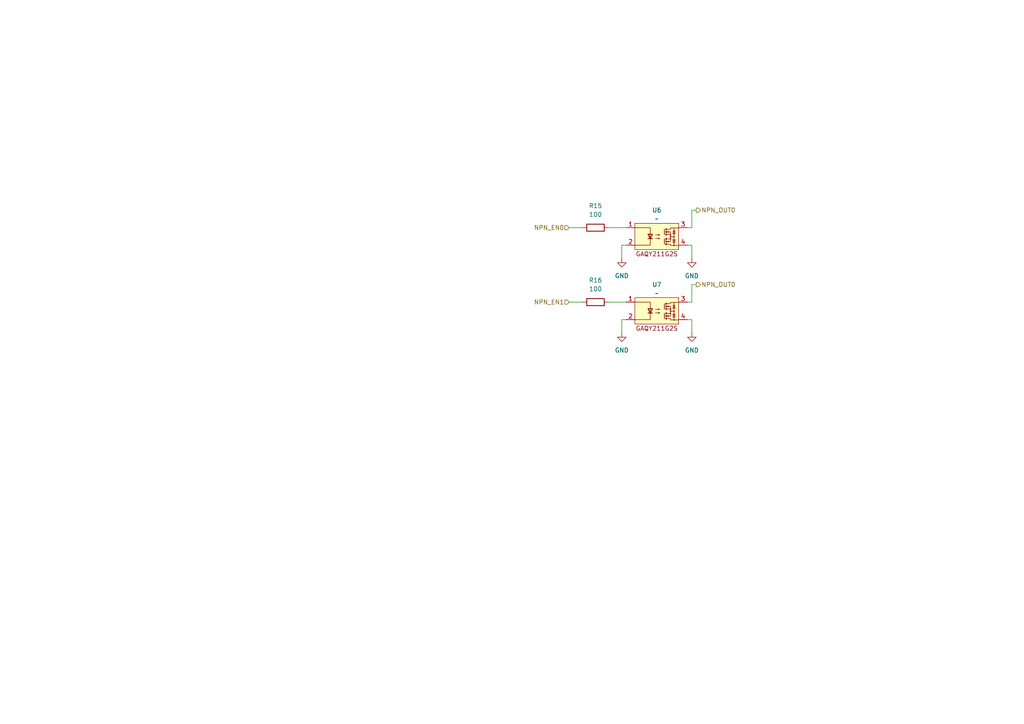
<source format=kicad_sch>
(kicad_sch
	(version 20250114)
	(generator "eeschema")
	(generator_version "9.0")
	(uuid "3e837694-2c7a-4ebe-97f6-8a4d7e3f262e")
	(paper "A4")
	(lib_symbols
		(symbol "Device:R"
			(pin_numbers
				(hide yes)
			)
			(pin_names
				(offset 0)
			)
			(exclude_from_sim no)
			(in_bom yes)
			(on_board yes)
			(property "Reference" "R"
				(at 2.032 0 90)
				(effects
					(font
						(size 1.27 1.27)
					)
				)
			)
			(property "Value" "R"
				(at 0 0 90)
				(effects
					(font
						(size 1.27 1.27)
					)
				)
			)
			(property "Footprint" ""
				(at -1.778 0 90)
				(effects
					(font
						(size 1.27 1.27)
					)
					(hide yes)
				)
			)
			(property "Datasheet" "~"
				(at 0 0 0)
				(effects
					(font
						(size 1.27 1.27)
					)
					(hide yes)
				)
			)
			(property "Description" "Resistor"
				(at 0 0 0)
				(effects
					(font
						(size 1.27 1.27)
					)
					(hide yes)
				)
			)
			(property "ki_keywords" "R res resistor"
				(at 0 0 0)
				(effects
					(font
						(size 1.27 1.27)
					)
					(hide yes)
				)
			)
			(property "ki_fp_filters" "R_*"
				(at 0 0 0)
				(effects
					(font
						(size 1.27 1.27)
					)
					(hide yes)
				)
			)
			(symbol "R_0_1"
				(rectangle
					(start -1.016 -2.54)
					(end 1.016 2.54)
					(stroke
						(width 0.254)
						(type default)
					)
					(fill
						(type none)
					)
				)
			)
			(symbol "R_1_1"
				(pin passive line
					(at 0 3.81 270)
					(length 1.27)
					(name "~"
						(effects
							(font
								(size 1.27 1.27)
							)
						)
					)
					(number "1"
						(effects
							(font
								(size 1.27 1.27)
							)
						)
					)
				)
				(pin passive line
					(at 0 -3.81 90)
					(length 1.27)
					(name "~"
						(effects
							(font
								(size 1.27 1.27)
							)
						)
					)
					(number "2"
						(effects
							(font
								(size 1.27 1.27)
							)
						)
					)
				)
			)
			(embedded_fonts no)
		)
		(symbol "Riqi_Parts:GAQY211G2S"
			(exclude_from_sim no)
			(in_bom yes)
			(on_board yes)
			(property "Reference" "U"
				(at 0 0 0)
				(effects
					(font
						(size 1.27 1.27)
					)
				)
			)
			(property "Value" ""
				(at 0 0 0)
				(effects
					(font
						(size 1.27 1.27)
					)
				)
			)
			(property "Footprint" "Package_SO:SO-4_4.4x4.3mm_P2.54mm"
				(at 0 0 0)
				(effects
					(font
						(size 1.27 1.27)
					)
					(hide yes)
				)
			)
			(property "Datasheet" "https://lcsc.com/datasheet/lcsc_datasheet_2411220035_SUPSiC-GAQY211G2S_C7435104.pdf"
				(at 0 0 0)
				(effects
					(font
						(size 1.27 1.27)
					)
					(hide yes)
				)
			)
			(property "Description" ""
				(at 0 0 0)
				(effects
					(font
						(size 1.27 1.27)
					)
					(hide yes)
				)
			)
			(symbol "GAQY211G2S_0_1"
				(polyline
					(pts
						(xy -2.54 -2.54) (xy 1.905 -2.54) (xy 1.905 -4.445)
					)
					(stroke
						(width 0)
						(type default)
					)
					(fill
						(type none)
					)
				)
				(polyline
					(pts
						(xy 1.27 -5.715) (xy 2.54 -5.715)
					)
					(stroke
						(width 0.254)
						(type default)
					)
					(fill
						(type none)
					)
				)
				(polyline
					(pts
						(xy 1.905 -4.191) (xy 1.905 -7.62) (xy -2.54 -7.62)
					)
					(stroke
						(width 0)
						(type default)
					)
					(fill
						(type none)
					)
				)
				(polyline
					(pts
						(xy 1.905 -5.715) (xy 1.27 -4.445) (xy 2.54 -4.445) (xy 1.905 -5.715)
					)
					(stroke
						(width 0.254)
						(type default)
					)
					(fill
						(type none)
					)
				)
				(polyline
					(pts
						(xy 3.4016 -4.6346) (xy 4.6716 -4.6346) (xy 4.2906 -4.7616) (xy 4.2906 -4.5076) (xy 4.6716 -4.6346)
					)
					(stroke
						(width 0)
						(type default)
					)
					(fill
						(type none)
					)
				)
				(polyline
					(pts
						(xy 3.4016 -5.6506) (xy 4.6716 -5.6506) (xy 4.2906 -5.7776) (xy 4.2906 -5.5236) (xy 4.6716 -5.6506)
					)
					(stroke
						(width 0)
						(type default)
					)
					(fill
						(type none)
					)
				)
				(polyline
					(pts
						(xy 6.004 -3.0018) (xy 6.004 -4.5258)
					)
					(stroke
						(width 0.2032)
						(type default)
					)
					(fill
						(type none)
					)
				)
				(polyline
					(pts
						(xy 6.004 -5.7958) (xy 6.004 -7.3198)
					)
					(stroke
						(width 0.2032)
						(type default)
					)
					(fill
						(type none)
					)
				)
				(polyline
					(pts
						(xy 6.512 -2.8748) (xy 6.512 -3.1288) (xy 6.512 -3.1288)
					)
					(stroke
						(width 0.3556)
						(type default)
					)
					(fill
						(type none)
					)
				)
				(polyline
					(pts
						(xy 6.512 -3.6368) (xy 6.512 -3.8908) (xy 6.512 -3.8908)
					)
					(stroke
						(width 0.3556)
						(type default)
					)
					(fill
						(type none)
					)
				)
				(polyline
					(pts
						(xy 6.512 -4.3988) (xy 6.512 -4.6528) (xy 6.512 -4.6528)
					)
					(stroke
						(width 0.3556)
						(type default)
					)
					(fill
						(type none)
					)
				)
				(polyline
					(pts
						(xy 6.512 -5.6688) (xy 6.512 -5.9228)
					)
					(stroke
						(width 0.3556)
						(type default)
					)
					(fill
						(type none)
					)
				)
				(polyline
					(pts
						(xy 6.512 -6.4308) (xy 6.512 -6.6848) (xy 6.512 -6.6848)
					)
					(stroke
						(width 0.3556)
						(type default)
					)
					(fill
						(type none)
					)
				)
				(polyline
					(pts
						(xy 6.512 -7.1928) (xy 6.512 -7.4468) (xy 6.512 -7.4468)
					)
					(stroke
						(width 0.3556)
						(type default)
					)
					(fill
						(type none)
					)
				)
				(polyline
					(pts
						(xy 6.639 -3.0018) (xy 7.782 -3.0018) (xy 7.782 -2.6208) (xy 10.068 -2.6208)
					)
					(stroke
						(width 0)
						(type default)
					)
					(fill
						(type none)
					)
				)
				(polyline
					(pts
						(xy 6.639 -3.7638) (xy 7.782 -3.7638) (xy 7.782 -4.5258)
					)
					(stroke
						(width 0)
						(type default)
					)
					(fill
						(type none)
					)
				)
				(polyline
					(pts
						(xy 6.639 -5.7958) (xy 7.782 -5.7958) (xy 7.782 -4.5258) (xy 6.639 -4.5258)
					)
					(stroke
						(width 0)
						(type default)
					)
					(fill
						(type none)
					)
				)
				(polyline
					(pts
						(xy 6.639 -6.5578) (xy 7.782 -6.5578) (xy 7.782 -5.7958)
					)
					(stroke
						(width 0)
						(type default)
					)
					(fill
						(type none)
					)
				)
				(polyline
					(pts
						(xy 6.639 -7.3198) (xy 7.782 -7.3198) (xy 7.782 -7.7008) (xy 10.068 -7.7008)
					)
					(stroke
						(width 0)
						(type default)
					)
					(fill
						(type none)
					)
				)
				(polyline
					(pts
						(xy 6.766 -3.7638) (xy 7.274 -3.6368) (xy 7.274 -3.8908) (xy 6.766 -3.7638)
					)
					(stroke
						(width 0)
						(type default)
					)
					(fill
						(type none)
					)
				)
				(polyline
					(pts
						(xy 6.766 -6.5578) (xy 7.274 -6.4308) (xy 7.274 -6.6848) (xy 6.766 -6.5578)
					)
					(stroke
						(width 0)
						(type default)
					)
					(fill
						(type none)
					)
				)
				(circle
					(center 7.782 -4.5258)
					(radius 0.127)
					(stroke
						(width 0)
						(type default)
					)
					(fill
						(type none)
					)
				)
				(polyline
					(pts
						(xy 7.782 -5.1608) (xy 8.798 -5.1608)
					)
					(stroke
						(width 0)
						(type default)
					)
					(fill
						(type none)
					)
				)
				(circle
					(center 7.782 -5.1608)
					(radius 0.127)
					(stroke
						(width 0)
						(type default)
					)
					(fill
						(type none)
					)
				)
				(circle
					(center 7.782 -5.7958)
					(radius 0.127)
					(stroke
						(width 0)
						(type default)
					)
					(fill
						(type none)
					)
				)
				(polyline
					(pts
						(xy 8.417 -3.5098) (xy 9.179 -3.5098)
					)
					(stroke
						(width 0)
						(type default)
					)
					(fill
						(type none)
					)
				)
				(polyline
					(pts
						(xy 8.417 -6.8118) (xy 9.179 -6.8118)
					)
					(stroke
						(width 0)
						(type default)
					)
					(fill
						(type none)
					)
				)
				(polyline
					(pts
						(xy 8.798 -3.5098) (xy 8.417 -4.2718) (xy 9.179 -4.2718) (xy 8.798 -3.5098)
					)
					(stroke
						(width 0)
						(type default)
					)
					(fill
						(type none)
					)
				)
				(circle
					(center 8.798 -5.1608)
					(radius 0.127)
					(stroke
						(width 0)
						(type default)
					)
					(fill
						(type none)
					)
				)
				(polyline
					(pts
						(xy 8.798 -6.8118) (xy 8.417 -6.0498) (xy 9.179 -6.0498) (xy 8.798 -6.8118)
					)
					(stroke
						(width 0)
						(type default)
					)
					(fill
						(type none)
					)
				)
				(polyline
					(pts
						(xy 8.798 -7.7008) (xy 8.798 -2.6208)
					)
					(stroke
						(width 0)
						(type default)
					)
					(fill
						(type none)
					)
				)
				(circle
					(center 8.798 -7.7008)
					(radius 0.127)
					(stroke
						(width 0)
						(type default)
					)
					(fill
						(type none)
					)
				)
			)
			(symbol "GAQY211G2S_1_1"
				(rectangle
					(start -2.54 -1.27)
					(end 10.16 -8.89)
					(stroke
						(width 0)
						(type solid)
					)
					(fill
						(type background)
					)
				)
				(text "GAQY211G2S\n"
					(at 3.81 -10.16 0)
					(effects
						(font
							(size 1.27 1.27)
						)
					)
				)
				(pin input line
					(at -5.08 -2.54 0)
					(length 2.54)
					(name ""
						(effects
							(font
								(size 1.27 1.27)
							)
						)
					)
					(number "1"
						(effects
							(font
								(size 1.27 1.27)
							)
						)
					)
				)
				(pin input line
					(at -5.08 -7.62 0)
					(length 2.54)
					(name ""
						(effects
							(font
								(size 1.27 1.27)
							)
						)
					)
					(number "2"
						(effects
							(font
								(size 1.27 1.27)
							)
						)
					)
				)
				(pin input line
					(at 12.7 -2.54 180)
					(length 2.54)
					(name ""
						(effects
							(font
								(size 1.27 1.27)
							)
						)
					)
					(number "3"
						(effects
							(font
								(size 1.27 1.27)
							)
						)
					)
				)
				(pin input line
					(at 12.7 -7.62 180)
					(length 2.54)
					(name ""
						(effects
							(font
								(size 1.27 1.27)
							)
						)
					)
					(number "4"
						(effects
							(font
								(size 1.27 1.27)
							)
						)
					)
				)
			)
			(embedded_fonts no)
		)
		(symbol "power:GND"
			(power)
			(pin_numbers
				(hide yes)
			)
			(pin_names
				(offset 0)
				(hide yes)
			)
			(exclude_from_sim no)
			(in_bom yes)
			(on_board yes)
			(property "Reference" "#PWR"
				(at 0 -6.35 0)
				(effects
					(font
						(size 1.27 1.27)
					)
					(hide yes)
				)
			)
			(property "Value" "GND"
				(at 0 -3.81 0)
				(effects
					(font
						(size 1.27 1.27)
					)
				)
			)
			(property "Footprint" ""
				(at 0 0 0)
				(effects
					(font
						(size 1.27 1.27)
					)
					(hide yes)
				)
			)
			(property "Datasheet" ""
				(at 0 0 0)
				(effects
					(font
						(size 1.27 1.27)
					)
					(hide yes)
				)
			)
			(property "Description" "Power symbol creates a global label with name \"GND\" , ground"
				(at 0 0 0)
				(effects
					(font
						(size 1.27 1.27)
					)
					(hide yes)
				)
			)
			(property "ki_keywords" "global power"
				(at 0 0 0)
				(effects
					(font
						(size 1.27 1.27)
					)
					(hide yes)
				)
			)
			(symbol "GND_0_1"
				(polyline
					(pts
						(xy 0 0) (xy 0 -1.27) (xy 1.27 -1.27) (xy 0 -2.54) (xy -1.27 -1.27) (xy 0 -1.27)
					)
					(stroke
						(width 0)
						(type default)
					)
					(fill
						(type none)
					)
				)
			)
			(symbol "GND_1_1"
				(pin power_in line
					(at 0 0 270)
					(length 0)
					(name "~"
						(effects
							(font
								(size 1.27 1.27)
							)
						)
					)
					(number "1"
						(effects
							(font
								(size 1.27 1.27)
							)
						)
					)
				)
			)
			(embedded_fonts no)
		)
	)
	(wire
		(pts
			(xy 199.39 92.71) (xy 200.66 92.71)
		)
		(stroke
			(width 0)
			(type default)
		)
		(uuid "0ae0e438-76ed-42f8-8438-213f8ef01c55")
	)
	(wire
		(pts
			(xy 180.34 74.93) (xy 180.34 71.12)
		)
		(stroke
			(width 0)
			(type default)
		)
		(uuid "0e7a5584-730d-41ed-a246-6516deaa9a34")
	)
	(wire
		(pts
			(xy 200.66 82.55) (xy 200.66 87.63)
		)
		(stroke
			(width 0)
			(type default)
		)
		(uuid "17bbdd7a-b20a-436d-9c5b-51d5e54fcbd7")
	)
	(wire
		(pts
			(xy 200.66 66.04) (xy 200.66 60.96)
		)
		(stroke
			(width 0)
			(type default)
		)
		(uuid "1f5384ef-c9c2-49a4-a086-4942d65ebca9")
	)
	(wire
		(pts
			(xy 176.53 87.63) (xy 181.61 87.63)
		)
		(stroke
			(width 0)
			(type default)
		)
		(uuid "22ee8440-1081-4291-8f9b-33ac74904a38")
	)
	(wire
		(pts
			(xy 176.53 66.04) (xy 181.61 66.04)
		)
		(stroke
			(width 0)
			(type default)
		)
		(uuid "3422d29f-24d5-4253-b902-f47258737a38")
	)
	(wire
		(pts
			(xy 180.34 92.71) (xy 181.61 92.71)
		)
		(stroke
			(width 0)
			(type default)
		)
		(uuid "397edd97-fe37-4581-89ca-3bf3895e31d7")
	)
	(wire
		(pts
			(xy 200.66 71.12) (xy 200.66 74.93)
		)
		(stroke
			(width 0)
			(type default)
		)
		(uuid "63b8bbf2-7dd0-4a21-a367-291ef2b335f7")
	)
	(wire
		(pts
			(xy 180.34 71.12) (xy 181.61 71.12)
		)
		(stroke
			(width 0)
			(type default)
		)
		(uuid "74596701-d7b4-4588-ad12-8e7b8629b9a0")
	)
	(wire
		(pts
			(xy 199.39 66.04) (xy 200.66 66.04)
		)
		(stroke
			(width 0)
			(type default)
		)
		(uuid "877033f5-17c8-4e34-837e-c30320dfd819")
	)
	(wire
		(pts
			(xy 165.1 87.63) (xy 168.91 87.63)
		)
		(stroke
			(width 0)
			(type default)
		)
		(uuid "8b420569-2995-4f79-b81d-723020ebf806")
	)
	(wire
		(pts
			(xy 199.39 71.12) (xy 200.66 71.12)
		)
		(stroke
			(width 0)
			(type default)
		)
		(uuid "9defac67-51ce-4bd0-ab3e-b05a8a35f560")
	)
	(wire
		(pts
			(xy 200.66 60.96) (xy 201.93 60.96)
		)
		(stroke
			(width 0)
			(type default)
		)
		(uuid "a55f94cf-8e06-4c70-837a-433199932bd8")
	)
	(wire
		(pts
			(xy 200.66 92.71) (xy 200.66 96.52)
		)
		(stroke
			(width 0)
			(type default)
		)
		(uuid "ad3d0793-f638-4df0-ba02-6bc6e4de774f")
	)
	(wire
		(pts
			(xy 199.39 87.63) (xy 200.66 87.63)
		)
		(stroke
			(width 0)
			(type default)
		)
		(uuid "aee723b5-6ab1-4714-9f39-544785188875")
	)
	(wire
		(pts
			(xy 180.34 96.52) (xy 180.34 92.71)
		)
		(stroke
			(width 0)
			(type default)
		)
		(uuid "bdc3ca04-d2f9-46b1-8cc0-98f7335426a0")
	)
	(wire
		(pts
			(xy 201.93 82.55) (xy 200.66 82.55)
		)
		(stroke
			(width 0)
			(type default)
		)
		(uuid "dfa0bf64-97a2-4395-b371-ba08c090da7b")
	)
	(wire
		(pts
			(xy 165.1 66.04) (xy 168.91 66.04)
		)
		(stroke
			(width 0)
			(type default)
		)
		(uuid "fa52a5de-ecc3-405d-98c3-06f63bad6c94")
	)
	(hierarchical_label "NPN_OUT0"
		(shape output)
		(at 201.93 82.55 0)
		(effects
			(font
				(size 1.27 1.27)
			)
			(justify left)
		)
		(uuid "380816bc-7b83-4c18-9ee3-d3562127d10e")
	)
	(hierarchical_label "NPN_OUT0"
		(shape output)
		(at 201.93 60.96 0)
		(effects
			(font
				(size 1.27 1.27)
			)
			(justify left)
		)
		(uuid "47a86c52-1a65-4fc4-be76-e434b9a88aa2")
	)
	(hierarchical_label "NPN_EN0"
		(shape input)
		(at 165.1 66.04 180)
		(effects
			(font
				(size 1.27 1.27)
			)
			(justify right)
		)
		(uuid "93d9215e-e597-4695-9b18-8cd3643ecb4b")
	)
	(hierarchical_label "NPN_EN1"
		(shape input)
		(at 165.1 87.63 180)
		(effects
			(font
				(size 1.27 1.27)
			)
			(justify right)
		)
		(uuid "d6d17522-6a2b-42d7-96a2-28290b03f981")
	)
	(symbol
		(lib_id "Device:R")
		(at 172.72 87.63 90)
		(unit 1)
		(exclude_from_sim no)
		(in_bom yes)
		(on_board yes)
		(dnp no)
		(fields_autoplaced yes)
		(uuid "029936f4-09ea-4ac9-b7a4-4e593b548819")
		(property "Reference" "R16"
			(at 172.72 81.28 90)
			(effects
				(font
					(size 1.27 1.27)
				)
			)
		)
		(property "Value" "100"
			(at 172.72 83.82 90)
			(effects
				(font
					(size 1.27 1.27)
				)
			)
		)
		(property "Footprint" "Resistor_SMD:R_0603_1608Metric"
			(at 172.72 89.408 90)
			(effects
				(font
					(size 1.27 1.27)
				)
				(hide yes)
			)
		)
		(property "Datasheet" "~"
			(at 172.72 87.63 0)
			(effects
				(font
					(size 1.27 1.27)
				)
				(hide yes)
			)
		)
		(property "Description" "Resistor"
			(at 172.72 87.63 0)
			(effects
				(font
					(size 1.27 1.27)
				)
				(hide yes)
			)
		)
		(pin "1"
			(uuid "fa29aa94-7dc8-484a-af57-ec401f4347da")
		)
		(pin "2"
			(uuid "4c080623-50fe-4ef0-a7cc-68e0f9e53ad8")
		)
		(instances
			(project "NIVARA"
				(path "/8290cc18-06d0-4e02-a781-29a61ebc321a/9e4d7a0c-a5eb-4e88-9036-0c35e68b279a/70c9f439-c648-496e-a774-7d3c213f4c72"
					(reference "R16")
					(unit 1)
				)
			)
			(project "NIVARA_ZorionX_BOARD"
				(path "/8e19332e-3534-4a04-99a8-04957ac8928f/70c9f439-c648-496e-a774-7d3c213f4c72"
					(reference "R?")
					(unit 1)
				)
			)
		)
	)
	(symbol
		(lib_id "power:GND")
		(at 180.34 74.93 0)
		(unit 1)
		(exclude_from_sim no)
		(in_bom yes)
		(on_board yes)
		(dnp no)
		(fields_autoplaced yes)
		(uuid "0631933b-318f-42cd-bc02-ee04017f1759")
		(property "Reference" "#PWR039"
			(at 180.34 81.28 0)
			(effects
				(font
					(size 1.27 1.27)
				)
				(hide yes)
			)
		)
		(property "Value" "GND"
			(at 180.34 80.01 0)
			(effects
				(font
					(size 1.27 1.27)
				)
			)
		)
		(property "Footprint" ""
			(at 180.34 74.93 0)
			(effects
				(font
					(size 1.27 1.27)
				)
				(hide yes)
			)
		)
		(property "Datasheet" ""
			(at 180.34 74.93 0)
			(effects
				(font
					(size 1.27 1.27)
				)
				(hide yes)
			)
		)
		(property "Description" "Power symbol creates a global label with name \"GND\" , ground"
			(at 180.34 74.93 0)
			(effects
				(font
					(size 1.27 1.27)
				)
				(hide yes)
			)
		)
		(pin "1"
			(uuid "c0e71cc5-f4f5-4b81-8645-3cfdf5603281")
		)
		(instances
			(project "NIVARA"
				(path "/8290cc18-06d0-4e02-a781-29a61ebc321a/9e4d7a0c-a5eb-4e88-9036-0c35e68b279a/70c9f439-c648-496e-a774-7d3c213f4c72"
					(reference "#PWR039")
					(unit 1)
				)
			)
			(project "NIVARA_ZorionX_BOARD"
				(path "/8e19332e-3534-4a04-99a8-04957ac8928f/70c9f439-c648-496e-a774-7d3c213f4c72"
					(reference "#PWR?")
					(unit 1)
				)
			)
		)
	)
	(symbol
		(lib_id "power:GND")
		(at 200.66 96.52 0)
		(unit 1)
		(exclude_from_sim no)
		(in_bom yes)
		(on_board yes)
		(dnp no)
		(fields_autoplaced yes)
		(uuid "087473a4-1806-46df-8d2e-30bd0c100b23")
		(property "Reference" "#PWR042"
			(at 200.66 102.87 0)
			(effects
				(font
					(size 1.27 1.27)
				)
				(hide yes)
			)
		)
		(property "Value" "GND"
			(at 200.66 101.6 0)
			(effects
				(font
					(size 1.27 1.27)
				)
			)
		)
		(property "Footprint" ""
			(at 200.66 96.52 0)
			(effects
				(font
					(size 1.27 1.27)
				)
				(hide yes)
			)
		)
		(property "Datasheet" ""
			(at 200.66 96.52 0)
			(effects
				(font
					(size 1.27 1.27)
				)
				(hide yes)
			)
		)
		(property "Description" "Power symbol creates a global label with name \"GND\" , ground"
			(at 200.66 96.52 0)
			(effects
				(font
					(size 1.27 1.27)
				)
				(hide yes)
			)
		)
		(pin "1"
			(uuid "1260ac20-f0d6-4fcb-8bcb-6ed3cc107ea6")
		)
		(instances
			(project "NIVARA"
				(path "/8290cc18-06d0-4e02-a781-29a61ebc321a/9e4d7a0c-a5eb-4e88-9036-0c35e68b279a/70c9f439-c648-496e-a774-7d3c213f4c72"
					(reference "#PWR042")
					(unit 1)
				)
			)
			(project "NIVARA_ZorionX_BOARD"
				(path "/8e19332e-3534-4a04-99a8-04957ac8928f/70c9f439-c648-496e-a774-7d3c213f4c72"
					(reference "#PWR?")
					(unit 1)
				)
			)
		)
	)
	(symbol
		(lib_id "power:GND")
		(at 200.66 74.93 0)
		(unit 1)
		(exclude_from_sim no)
		(in_bom yes)
		(on_board yes)
		(dnp no)
		(fields_autoplaced yes)
		(uuid "25dbe21f-f02e-4566-96bb-ce37342c1cf7")
		(property "Reference" "#PWR041"
			(at 200.66 81.28 0)
			(effects
				(font
					(size 1.27 1.27)
				)
				(hide yes)
			)
		)
		(property "Value" "GND"
			(at 200.66 80.01 0)
			(effects
				(font
					(size 1.27 1.27)
				)
			)
		)
		(property "Footprint" ""
			(at 200.66 74.93 0)
			(effects
				(font
					(size 1.27 1.27)
				)
				(hide yes)
			)
		)
		(property "Datasheet" ""
			(at 200.66 74.93 0)
			(effects
				(font
					(size 1.27 1.27)
				)
				(hide yes)
			)
		)
		(property "Description" "Power symbol creates a global label with name \"GND\" , ground"
			(at 200.66 74.93 0)
			(effects
				(font
					(size 1.27 1.27)
				)
				(hide yes)
			)
		)
		(pin "1"
			(uuid "5675daff-6396-42c8-b1ef-ff9db451d4d6")
		)
		(instances
			(project "NIVARA"
				(path "/8290cc18-06d0-4e02-a781-29a61ebc321a/9e4d7a0c-a5eb-4e88-9036-0c35e68b279a/70c9f439-c648-496e-a774-7d3c213f4c72"
					(reference "#PWR041")
					(unit 1)
				)
			)
			(project "NIVARA_ZorionX_BOARD"
				(path "/8e19332e-3534-4a04-99a8-04957ac8928f/70c9f439-c648-496e-a774-7d3c213f4c72"
					(reference "#PWR?")
					(unit 1)
				)
			)
		)
	)
	(symbol
		(lib_id "power:GND")
		(at 180.34 96.52 0)
		(unit 1)
		(exclude_from_sim no)
		(in_bom yes)
		(on_board yes)
		(dnp no)
		(fields_autoplaced yes)
		(uuid "9a06c0cd-7d2a-49c4-9269-d4517f132d2c")
		(property "Reference" "#PWR040"
			(at 180.34 102.87 0)
			(effects
				(font
					(size 1.27 1.27)
				)
				(hide yes)
			)
		)
		(property "Value" "GND"
			(at 180.34 101.6 0)
			(effects
				(font
					(size 1.27 1.27)
				)
			)
		)
		(property "Footprint" ""
			(at 180.34 96.52 0)
			(effects
				(font
					(size 1.27 1.27)
				)
				(hide yes)
			)
		)
		(property "Datasheet" ""
			(at 180.34 96.52 0)
			(effects
				(font
					(size 1.27 1.27)
				)
				(hide yes)
			)
		)
		(property "Description" "Power symbol creates a global label with name \"GND\" , ground"
			(at 180.34 96.52 0)
			(effects
				(font
					(size 1.27 1.27)
				)
				(hide yes)
			)
		)
		(pin "1"
			(uuid "b0ac9e43-7e35-47be-8735-7731ec166919")
		)
		(instances
			(project "NIVARA"
				(path "/8290cc18-06d0-4e02-a781-29a61ebc321a/9e4d7a0c-a5eb-4e88-9036-0c35e68b279a/70c9f439-c648-496e-a774-7d3c213f4c72"
					(reference "#PWR040")
					(unit 1)
				)
			)
			(project "NIVARA_ZorionX_BOARD"
				(path "/8e19332e-3534-4a04-99a8-04957ac8928f/70c9f439-c648-496e-a774-7d3c213f4c72"
					(reference "#PWR?")
					(unit 1)
				)
			)
		)
	)
	(symbol
		(lib_id "Device:R")
		(at 172.72 66.04 90)
		(unit 1)
		(exclude_from_sim no)
		(in_bom yes)
		(on_board yes)
		(dnp no)
		(fields_autoplaced yes)
		(uuid "b5f60497-ad3b-4862-8cf7-0748a5e4bdb2")
		(property "Reference" "R15"
			(at 172.72 59.69 90)
			(effects
				(font
					(size 1.27 1.27)
				)
			)
		)
		(property "Value" "100"
			(at 172.72 62.23 90)
			(effects
				(font
					(size 1.27 1.27)
				)
			)
		)
		(property "Footprint" "Resistor_SMD:R_0603_1608Metric"
			(at 172.72 67.818 90)
			(effects
				(font
					(size 1.27 1.27)
				)
				(hide yes)
			)
		)
		(property "Datasheet" "~"
			(at 172.72 66.04 0)
			(effects
				(font
					(size 1.27 1.27)
				)
				(hide yes)
			)
		)
		(property "Description" "Resistor"
			(at 172.72 66.04 0)
			(effects
				(font
					(size 1.27 1.27)
				)
				(hide yes)
			)
		)
		(pin "1"
			(uuid "a3eb9eca-936b-4ccc-8b42-c02a93a19092")
		)
		(pin "2"
			(uuid "da65cd59-f2d4-40b1-879d-811fb8a8653a")
		)
		(instances
			(project "NIVARA"
				(path "/8290cc18-06d0-4e02-a781-29a61ebc321a/9e4d7a0c-a5eb-4e88-9036-0c35e68b279a/70c9f439-c648-496e-a774-7d3c213f4c72"
					(reference "R15")
					(unit 1)
				)
			)
			(project "NIVARA_ZorionX_BOARD"
				(path "/8e19332e-3534-4a04-99a8-04957ac8928f/70c9f439-c648-496e-a774-7d3c213f4c72"
					(reference "R?")
					(unit 1)
				)
			)
		)
	)
	(symbol
		(lib_id "Riqi_Parts:GAQY211G2S")
		(at 186.69 85.09 0)
		(unit 1)
		(exclude_from_sim no)
		(in_bom yes)
		(on_board yes)
		(dnp no)
		(fields_autoplaced yes)
		(uuid "dd511293-53fb-4005-97a6-3f8c9c854a27")
		(property "Reference" "U7"
			(at 190.5 82.55 0)
			(effects
				(font
					(size 1.27 1.27)
				)
			)
		)
		(property "Value" "~"
			(at 190.5 85.09 0)
			(effects
				(font
					(size 1.27 1.27)
				)
			)
		)
		(property "Footprint" "Package_SO:SO-4_4.4x4.3mm_P2.54mm"
			(at 186.69 85.09 0)
			(effects
				(font
					(size 1.27 1.27)
				)
				(hide yes)
			)
		)
		(property "Datasheet" "https://lcsc.com/datasheet/lcsc_datasheet_2411220035_SUPSiC-GAQY211G2S_C7435104.pdf"
			(at 186.69 85.09 0)
			(effects
				(font
					(size 1.27 1.27)
				)
				(hide yes)
			)
		)
		(property "Description" ""
			(at 186.69 85.09 0)
			(effects
				(font
					(size 1.27 1.27)
				)
				(hide yes)
			)
		)
		(pin "3"
			(uuid "99ea6209-8a4f-4f63-bd53-75eca52e0d3e")
		)
		(pin "1"
			(uuid "be768a19-6c7f-49a3-9207-c8f3287a45eb")
		)
		(pin "2"
			(uuid "2fc57600-6cce-4de9-a6c0-d6bcfc0971b4")
		)
		(pin "4"
			(uuid "7a18c126-18d3-4c28-a698-82bba4409c70")
		)
		(instances
			(project "NIVARA"
				(path "/8290cc18-06d0-4e02-a781-29a61ebc321a/9e4d7a0c-a5eb-4e88-9036-0c35e68b279a/70c9f439-c648-496e-a774-7d3c213f4c72"
					(reference "U7")
					(unit 1)
				)
			)
			(project "NIVARA_ZorionX_BOARD"
				(path "/8e19332e-3534-4a04-99a8-04957ac8928f/70c9f439-c648-496e-a774-7d3c213f4c72"
					(reference "U?")
					(unit 1)
				)
			)
		)
	)
	(symbol
		(lib_id "Riqi_Parts:GAQY211G2S")
		(at 186.69 63.5 0)
		(unit 1)
		(exclude_from_sim no)
		(in_bom yes)
		(on_board yes)
		(dnp no)
		(fields_autoplaced yes)
		(uuid "ef2e1e6d-56df-48a5-81e2-ece571d6eb87")
		(property "Reference" "U6"
			(at 190.5 60.96 0)
			(effects
				(font
					(size 1.27 1.27)
				)
			)
		)
		(property "Value" "~"
			(at 190.5 63.5 0)
			(effects
				(font
					(size 1.27 1.27)
				)
			)
		)
		(property "Footprint" "Package_SO:SO-4_4.4x4.3mm_P2.54mm"
			(at 186.69 63.5 0)
			(effects
				(font
					(size 1.27 1.27)
				)
				(hide yes)
			)
		)
		(property "Datasheet" "https://lcsc.com/datasheet/lcsc_datasheet_2411220035_SUPSiC-GAQY211G2S_C7435104.pdf"
			(at 186.69 63.5 0)
			(effects
				(font
					(size 1.27 1.27)
				)
				(hide yes)
			)
		)
		(property "Description" ""
			(at 186.69 63.5 0)
			(effects
				(font
					(size 1.27 1.27)
				)
				(hide yes)
			)
		)
		(pin "3"
			(uuid "2c251db6-14da-4569-877c-89fc0e64c197")
		)
		(pin "1"
			(uuid "2c987659-87c8-4f81-b4b4-644946dca92b")
		)
		(pin "2"
			(uuid "9cbfd3ca-e58e-456b-8fa6-c2ba40429acb")
		)
		(pin "4"
			(uuid "c1f61496-23b8-405f-9f93-7eff9a9cc7ce")
		)
		(instances
			(project "NIVARA"
				(path "/8290cc18-06d0-4e02-a781-29a61ebc321a/9e4d7a0c-a5eb-4e88-9036-0c35e68b279a/70c9f439-c648-496e-a774-7d3c213f4c72"
					(reference "U6")
					(unit 1)
				)
			)
			(project "NIVARA_ZorionX_BOARD"
				(path "/8e19332e-3534-4a04-99a8-04957ac8928f/70c9f439-c648-496e-a774-7d3c213f4c72"
					(reference "U?")
					(unit 1)
				)
			)
		)
	)
)

</source>
